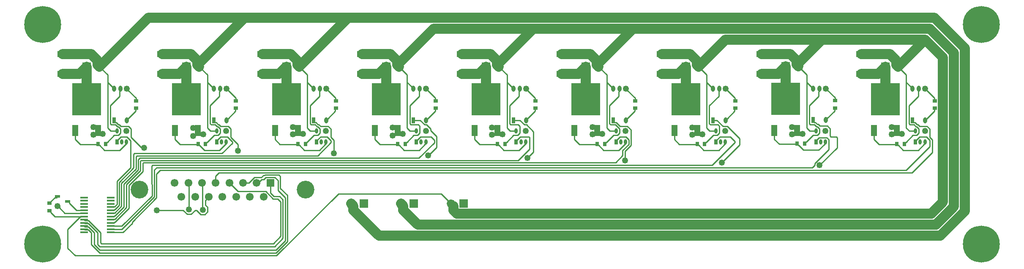
<source format=gtl>
G04*
G04 #@! TF.GenerationSoftware,Altium Limited,Altium Designer,20.0.11 (256)*
G04*
G04 Layer_Physical_Order=1*
G04 Layer_Color=255*
%FSLAX25Y25*%
%MOIN*%
G70*
G01*
G75*
%ADD10C,0.00984*%
%ADD14R,0.08268X0.05000*%
%ADD15R,0.02559X0.04173*%
%ADD16O,0.02559X0.04173*%
%ADD17R,0.03543X0.02756*%
%ADD18O,0.03150X0.04724*%
%ADD19R,0.03150X0.04724*%
%ADD20R,0.02756X0.03543*%
%ADD21R,0.22835X0.25197*%
%ADD22R,0.04724X0.08661*%
%ADD23R,0.03937X0.02362*%
%ADD24R,0.06299X0.01417*%
%ADD25O,0.06299X0.01417*%
%ADD39C,0.06653*%
%ADD40R,0.06653X0.06653*%
%ADD45C,0.07874*%
%ADD46C,0.29134*%
%ADD47C,0.06102*%
%ADD48R,0.06102X0.06102*%
%ADD49C,0.13976*%
%ADD50C,0.04921*%
D10*
X321772Y32106D02*
X323720Y30158D01*
X314114Y39764D02*
X321772Y32106D01*
X9610Y21815D02*
X30005D01*
X233071Y39764D02*
X314114D01*
X184252Y-9055D02*
X233071Y39764D01*
X192878Y2076D02*
Y38607D01*
X44830Y-6968D02*
X183833D01*
X192878Y2076D01*
X25591Y-9055D02*
X184252D01*
X19685Y-3150D02*
X25591Y-9055D01*
X19685Y-3150D02*
Y11690D01*
X30005Y21815D02*
X32563D01*
X29493Y21303D02*
X30005Y21815D01*
X29298Y21303D02*
X29493D01*
X19685Y11690D02*
X29298Y21303D01*
X44835Y-4468D02*
X183795D01*
X44841Y-1969D02*
X182759D01*
X45563Y1108D02*
X46140Y532D01*
X181724D01*
X40563Y-196D02*
X44835Y-4468D01*
X38063Y-201D02*
X44830Y-6968D01*
X189335Y4607D02*
Y35079D01*
X187563Y6371D02*
Y33315D01*
X183795Y-4468D02*
X191106Y2843D01*
X182759Y-1969D02*
X189335Y4607D01*
X181724Y532D02*
X187563Y6371D01*
X40563Y-196D02*
Y9073D01*
X43063Y-190D02*
X44841Y-1969D01*
X191106Y2843D02*
Y36843D01*
X45563Y1108D02*
Y9084D01*
X125984Y27384D02*
Y47974D01*
Y27384D02*
X126177Y27191D01*
X128112Y34472D02*
X130905Y37265D01*
X129956Y25626D02*
Y29127D01*
X121251Y26772D02*
X124611Y23412D01*
X89764Y26772D02*
X110561D01*
X128112Y30971D02*
X129956Y29127D01*
X116920Y23543D02*
X120148Y26772D01*
X110561D02*
X113789Y23543D01*
X128112Y30971D02*
Y34472D01*
X127742Y23412D02*
X129956Y25626D01*
X124611Y23412D02*
X127742D01*
X120148Y26772D02*
X121251D01*
X113789Y23543D02*
X116920D01*
X136299Y48446D02*
Y53622D01*
X138976Y56299D01*
X172362Y52777D02*
X174113Y54528D01*
X175113D01*
X175134Y54549D01*
X685454Y56320D02*
X701575Y72441D01*
X174096Y51006D02*
X175867Y52777D01*
X174400Y56320D02*
X685454D01*
X175134Y54549D02*
X186269D01*
X183030Y52777D02*
X185551Y50256D01*
X175867Y52777D02*
X183030D01*
X174379Y56299D02*
X174400Y56320D01*
X186269Y54549D02*
X187323Y53495D01*
X138976Y56299D02*
X174379D01*
X169946Y48446D02*
X172505Y51006D01*
X168661Y48446D02*
X169946D01*
X172505Y51006D02*
X174096D01*
X680866Y58425D02*
X699396Y76955D01*
X92677Y58425D02*
X680866D01*
X89646Y55394D02*
X92677Y58425D01*
X612598Y62205D02*
X626378Y75984D01*
X187323Y44162D02*
Y53495D01*
X701575Y72441D02*
Y82311D01*
X683923Y94217D02*
X687164D01*
X688692Y92689D01*
X686028Y97071D02*
X687110Y95988D01*
X690081Y94461D02*
X691479Y93063D01*
X699508Y84378D02*
X701575Y82311D01*
X691028Y87637D02*
Y91009D01*
X688692Y92689D02*
X689347D01*
X687110Y95988D02*
X687898D01*
X691479Y93063D02*
X697317D01*
X699396Y76955D02*
Y81985D01*
X687898Y95988D02*
X689425Y94461D01*
X697317Y93063D02*
X699508Y90872D01*
X691528Y84661D02*
X696719D01*
X699396Y81985D01*
X686028Y97071D02*
Y97858D01*
X689425Y94461D02*
X690081D01*
X699508Y84378D02*
Y90872D01*
X689347Y92689D02*
X691028Y91009D01*
X689122Y82256D02*
X691528Y84661D01*
X688287Y81469D02*
X689075Y82256D01*
X688287Y80661D02*
Y81469D01*
X689075Y82256D02*
X689122D01*
X690528Y74161D02*
X695030Y78664D01*
X673575Y78768D02*
X674461Y77882D01*
X695030Y78690D02*
X695768Y79428D01*
X674854Y77882D02*
X678575Y74161D01*
X690528D01*
X695768Y79428D02*
Y80661D01*
X674461Y77882D02*
X674854D01*
X695030Y78664D02*
Y78690D01*
X125512Y48446D02*
X125984Y47974D01*
X619748Y74699D02*
Y82678D01*
X608819Y63770D02*
X619748Y74699D01*
X606890Y60433D02*
X608819Y62362D01*
X625801Y84646D02*
X626378Y84069D01*
X621506Y84646D02*
X625801D01*
X618249Y84177D02*
X619748Y82678D01*
X608819Y62362D02*
Y63770D01*
X626378Y75984D02*
Y84069D01*
X605344Y94366D02*
X608585D01*
X611502Y94610D02*
X612900Y93212D01*
X620929Y85222D02*
X621506Y84646D01*
X609709Y80811D02*
Y81618D01*
X607449Y97221D02*
Y98008D01*
X612900Y93212D02*
X618738D01*
X612449Y87787D02*
Y91158D01*
X608585Y94366D02*
X610113Y92839D01*
X610769D01*
X609709Y81618D02*
X612268Y84177D01*
X607449Y97221D02*
X608532Y96138D01*
X609319D02*
X610847Y94610D01*
X618738Y93212D02*
X620929Y91022D01*
X612268Y84177D02*
X618249D01*
X608532Y96138D02*
X609319D01*
X610847Y94610D02*
X611502D01*
X620929Y85222D02*
Y91022D01*
X610769Y92839D02*
X612449Y91158D01*
X114724Y48446D02*
X115354Y47817D01*
Y27323D02*
Y47817D01*
X535433Y64213D02*
X535472D01*
X549606Y78347D01*
Y83293D01*
X531669Y97858D02*
X536465Y93063D01*
X539837D02*
X549606Y83293D01*
X527953Y62205D02*
X545977Y80229D01*
X542361Y84661D02*
X545977Y81045D01*
X534047Y84661D02*
X542361D01*
X545977Y80229D02*
Y81045D01*
X536465Y93063D02*
X539837D01*
X528547Y97858D02*
X531669D01*
X86403Y62205D02*
X527953D01*
X531642Y82256D02*
X534047Y84661D01*
X530807Y80661D02*
Y81469D01*
X531595Y82256D01*
X531642D01*
X532492Y94217D02*
X533547Y93161D01*
Y87637D02*
Y93161D01*
X526442Y94217D02*
X532492D01*
X10937Y36866D02*
X11626Y37555D01*
X9661Y36866D02*
X10937D01*
X6343Y33547D02*
X9661Y36866D01*
X6343Y33154D02*
Y33547D01*
X5457Y32268D02*
X6343Y33154D01*
X5063Y32268D02*
X5457D01*
X56106Y97071D02*
Y97858D01*
Y97071D02*
X57189Y95988D01*
X57976D01*
X59504Y94461D01*
X60160D01*
X61558Y93063D01*
X67396D01*
X69587Y90872D01*
Y84378D02*
Y90872D01*
Y84378D02*
X77763Y76201D01*
X79771D01*
X134846Y97071D02*
Y97858D01*
Y97071D02*
X135929Y95988D01*
X136717D01*
X138244Y94461D01*
X138900D01*
X140298Y93063D01*
X146136D01*
X148327Y90872D01*
Y84378D02*
Y90872D01*
Y84378D02*
X153937Y78768D01*
Y73858D02*
Y78768D01*
X213587Y97071D02*
Y97858D01*
Y97071D02*
X214669Y95988D01*
X215457D01*
X216984Y94461D01*
X217640D01*
X219038Y93063D01*
X224876D01*
X227067Y90872D01*
Y84378D02*
Y90872D01*
Y84378D02*
X229528Y81917D01*
Y71693D02*
Y81917D01*
X292327Y97858D02*
X297503D01*
X301144Y94217D01*
X302463D01*
X305807Y90872D01*
Y89862D02*
Y90872D01*
Y89862D02*
X310630Y85039D01*
Y76378D02*
Y85039D01*
X304173Y69921D02*
X310630Y76378D01*
X304007Y69921D02*
X304173D01*
X371067Y97858D02*
X376243D01*
X379885Y94217D01*
X381374D01*
X387008Y88583D01*
Y72835D02*
Y88583D01*
X382323Y68150D02*
X387008Y72835D01*
X449807Y97071D02*
Y97858D01*
Y97071D02*
X450890Y95988D01*
X452333D01*
X455187Y93135D01*
X461025D01*
X463878Y90282D01*
Y78061D02*
Y90282D01*
X459055Y73238D02*
X463878Y78061D01*
X459055Y65984D02*
Y73238D01*
X60692Y122247D02*
X61106Y122661D01*
X60692Y120300D02*
Y122247D01*
X60606Y120215D02*
X60692Y120300D01*
X60606Y116661D02*
Y120215D01*
X53252Y109307D02*
X60606Y116661D01*
X53252Y94966D02*
Y109307D01*
Y94966D02*
X54002Y94217D01*
X57243D01*
X58770Y92689D01*
X59426D01*
X61106Y91009D01*
Y87637D02*
Y91009D01*
X59426Y85957D02*
X61106Y87637D01*
X56354Y85957D02*
X59426D01*
X50839Y80441D02*
X56354Y85957D01*
X50445Y80441D02*
X50839D01*
X49559Y79555D02*
X50445Y80441D01*
X49559Y79161D02*
Y79555D01*
X139432Y122247D02*
X139846Y122661D01*
X139432Y120300D02*
Y122247D01*
X139346Y120215D02*
X139432Y120300D01*
X139346Y116661D02*
Y120215D01*
X131992Y109307D02*
X139346Y116661D01*
X131992Y94966D02*
Y109307D01*
Y94966D02*
X132742Y94217D01*
X135983D01*
X137510Y92689D01*
X138166D01*
X139846Y91009D01*
Y87637D02*
Y91009D01*
X138166Y85957D02*
X139846Y87637D01*
X135094Y85957D02*
X138166D01*
X129579Y80441D02*
X135094Y85957D01*
X129185Y80441D02*
X129579D01*
X128299Y79555D02*
X129185Y80441D01*
X128299Y79161D02*
Y79555D01*
X218172Y122247D02*
X218587Y122661D01*
X218172Y120300D02*
Y122247D01*
X218087Y120215D02*
X218172Y120300D01*
X218087Y116661D02*
Y120215D01*
X210732Y109307D02*
X218087Y116661D01*
X210732Y94966D02*
Y109307D01*
Y94966D02*
X211482Y94217D01*
X214723D01*
X216250Y92689D01*
X216906D01*
X218587Y91009D01*
Y87637D02*
Y91009D01*
X216906Y85957D02*
X218587Y87637D01*
X213835Y85957D02*
X216906D01*
X208319Y80441D02*
X213835Y85957D01*
X207925Y80441D02*
X208319D01*
X207039Y79555D02*
X207925Y80441D01*
X207039Y79161D02*
Y79555D01*
X296912Y122247D02*
X297327Y122661D01*
X296912Y120300D02*
Y122247D01*
X296827Y120215D02*
X296912Y120300D01*
X296827Y116661D02*
Y120215D01*
X289472Y109307D02*
X296827Y116661D01*
X289472Y94966D02*
Y109307D01*
Y94966D02*
X290222Y94217D01*
X296272D01*
X297327Y93161D01*
Y87637D02*
Y93161D01*
X295647Y85957D02*
X297327Y87637D01*
X292575Y85957D02*
X295647D01*
X287059Y80441D02*
X292575Y85957D01*
X286665Y80441D02*
X287059D01*
X285780Y79555D02*
X286665Y80441D01*
X285780Y79161D02*
Y79555D01*
X375653Y122247D02*
X376067Y122661D01*
X375653Y120300D02*
Y122247D01*
X375567Y120215D02*
X375653Y120300D01*
X375567Y116661D02*
Y120215D01*
X368213Y109307D02*
X375567Y116661D01*
X368213Y94966D02*
Y109307D01*
Y94966D02*
X368962Y94217D01*
X375012D01*
X376067Y93161D01*
Y87637D02*
Y93161D01*
X374387Y85957D02*
X376067Y87637D01*
X371315Y85957D02*
X374387D01*
X365799Y80441D02*
X371315Y85957D01*
X365406Y80441D02*
X365799D01*
X364520Y79555D02*
X365406Y80441D01*
X364520Y79161D02*
Y79555D01*
X454393Y122247D02*
X454807Y122661D01*
X454393Y120300D02*
Y122247D01*
X454307Y120215D02*
X454393Y120300D01*
X454307Y116661D02*
Y120215D01*
X446953Y109307D02*
X454307Y116661D01*
X446953Y94966D02*
Y109307D01*
Y94966D02*
X447702Y94217D01*
X451599D01*
X454807Y91009D01*
Y87637D02*
Y91009D01*
X453127Y85957D02*
X454807Y87637D01*
X450055Y85957D02*
X453127D01*
X444539Y80441D02*
X450055Y85957D01*
X444146Y80441D02*
X444539D01*
X443260Y79555D02*
X444146Y80441D01*
X443260Y79161D02*
Y79555D01*
X533133Y122247D02*
X533547Y122661D01*
X533133Y120300D02*
Y122247D01*
X533047Y120215D02*
X533133Y120300D01*
X533047Y116661D02*
Y120215D01*
X525693Y109307D02*
X533047Y116661D01*
X525693Y94966D02*
Y109307D01*
Y94966D02*
X526442Y94217D01*
X531867Y85957D02*
X533547Y87637D01*
X528795Y85957D02*
X531867D01*
X523280Y80441D02*
X528795Y85957D01*
X522886Y80441D02*
X523280D01*
X522000Y79555D02*
X522886Y80441D01*
X522000Y79161D02*
Y79555D01*
X612035Y122397D02*
X612449Y122811D01*
X612035Y120450D02*
Y122397D01*
X611949Y120364D02*
X612035Y120450D01*
X611949Y116811D02*
Y120364D01*
X604594Y109457D02*
X611949Y116811D01*
X604594Y95116D02*
Y109457D01*
Y95116D02*
X605344Y94366D01*
X610769Y86106D02*
X612449Y87787D01*
X607697Y86106D02*
X610769D01*
X602181Y80591D02*
X607697Y86106D01*
X601787Y80591D02*
X602181D01*
X600902Y79705D02*
X601787Y80591D01*
X600902Y79311D02*
Y79705D01*
X690613Y122247D02*
X691028Y122661D01*
X690613Y120300D02*
Y122247D01*
X690528Y120215D02*
X690613Y120300D01*
X690528Y116661D02*
Y120215D01*
X683173Y109307D02*
X690528Y116661D01*
X683173Y94966D02*
Y109307D01*
Y94966D02*
X683923Y94217D01*
X689347Y85957D02*
X691028Y87637D01*
X686276Y85957D02*
X689347D01*
X680760Y80441D02*
X686276Y85957D01*
X680366Y80441D02*
X680760D01*
X679480Y79555D02*
X680366Y80441D01*
X679480Y79161D02*
Y79555D01*
X73179Y106781D02*
X73606Y107209D01*
X73179Y104931D02*
Y106781D01*
X67308Y99060D02*
X73179Y104931D01*
X67107Y99060D02*
X67308D01*
X66106Y98060D02*
X67107Y99060D01*
X66106Y97858D02*
Y98060D01*
X151919Y106781D02*
X152346Y107209D01*
X151919Y104931D02*
Y106781D01*
X146048Y99060D02*
X151919Y104931D01*
X145847Y99060D02*
X146048D01*
X144846Y98060D02*
X145847Y99060D01*
X144846Y97858D02*
Y98060D01*
X230659Y106781D02*
X231087Y107209D01*
X230659Y104931D02*
Y106781D01*
X224788Y99060D02*
X230659Y104931D01*
X224587Y99060D02*
X224788D01*
X223587Y98060D02*
X224587Y99060D01*
X223587Y97858D02*
Y98060D01*
X309399Y106781D02*
X309827Y107209D01*
X309399Y104931D02*
Y106781D01*
X303529Y99060D02*
X309399Y104931D01*
X303327Y99060D02*
X303529D01*
X302327Y98060D02*
X303327Y99060D01*
X302327Y97858D02*
Y98060D01*
X388140Y106781D02*
X388567Y107209D01*
X388140Y104931D02*
Y106781D01*
X382269Y99060D02*
X388140Y104931D01*
X382067Y99060D02*
X382269D01*
X381067Y98060D02*
X382067Y99060D01*
X381067Y97858D02*
Y98060D01*
X466880Y106781D02*
X467307Y107209D01*
X466880Y104931D02*
Y106781D01*
X461009Y99060D02*
X466880Y104931D01*
X460807Y99060D02*
X461009D01*
X459807Y98060D02*
X460807Y99060D01*
X459807Y97858D02*
Y98060D01*
X545620Y106781D02*
X546047Y107209D01*
X545620Y104931D02*
Y106781D01*
X539749Y99060D02*
X545620Y104931D01*
X539548Y99060D02*
X539749D01*
X538547Y98060D02*
X539548Y99060D01*
X538547Y97858D02*
Y98060D01*
X624521Y106931D02*
X624949Y107358D01*
X624521Y105081D02*
Y106931D01*
X618651Y99210D02*
X624521Y105081D01*
X618449Y99210D02*
X618651D01*
X617449Y98209D02*
X618449Y99210D01*
X617449Y98008D02*
Y98209D01*
X703100Y106781D02*
X703528Y107209D01*
X703100Y104931D02*
Y106781D01*
X697229Y99060D02*
X703100Y104931D01*
X697028Y99060D02*
X697229D01*
X696028Y98060D02*
X697028Y99060D01*
X696028Y97858D02*
Y98060D01*
X65846Y79428D02*
Y80661D01*
X65108Y78690D02*
X65846Y79428D01*
X65108Y78664D02*
Y78690D01*
X60606Y74161D02*
X65108Y78664D01*
X48654Y74161D02*
X60606D01*
X44933Y77882D02*
X48654Y74161D01*
X44539Y77882D02*
X44933D01*
X43654Y78768D02*
X44539Y77882D01*
X25591Y82677D02*
X29500Y78768D01*
X25591Y82677D02*
Y89626D01*
X144587Y79428D02*
Y80661D01*
X143849Y78690D02*
X144587Y79428D01*
X143849Y78664D02*
Y78690D01*
X139346Y74161D02*
X143849Y78664D01*
X127394Y74161D02*
X139346D01*
X123673Y77882D02*
X127394Y74161D01*
X123280Y77882D02*
X123673D01*
X122394Y78768D02*
X123280Y77882D01*
X104331Y82677D02*
X108240Y78768D01*
X104331Y82677D02*
Y89626D01*
X223327Y79428D02*
Y80661D01*
X222589Y78690D02*
X223327Y79428D01*
X222589Y78664D02*
Y78690D01*
X218087Y74161D02*
X222589Y78664D01*
X206134Y74161D02*
X218087D01*
X202413Y77882D02*
X206134Y74161D01*
X202020Y77882D02*
X202413D01*
X201134Y78768D02*
X202020Y77882D01*
X183071Y82677D02*
X186980Y78768D01*
X183071Y82677D02*
Y89626D01*
X302067Y79428D02*
Y80661D01*
X301329Y78690D02*
X302067Y79428D01*
X301329Y78664D02*
Y78690D01*
X296827Y74161D02*
X301329Y78664D01*
X284874Y74161D02*
X296827D01*
X281154Y77882D02*
X284874Y74161D01*
X280760Y77882D02*
X281154D01*
X279874Y78768D02*
X280760Y77882D01*
X261811Y82677D02*
X265720Y78768D01*
X261811Y82677D02*
Y89626D01*
X380807Y79428D02*
Y80661D01*
X380069Y78690D02*
X380807Y79428D01*
X380069Y78664D02*
Y78690D01*
X375567Y74161D02*
X380069Y78664D01*
X363614Y74161D02*
X375567D01*
X359894Y77882D02*
X363614Y74161D01*
X359500Y77882D02*
X359894D01*
X358614Y78768D02*
X359500Y77882D01*
X340551Y82677D02*
X344461Y78768D01*
X340551Y82677D02*
Y89626D01*
X459547Y79428D02*
Y80661D01*
X458809Y78690D02*
X459547Y79428D01*
X458809Y78664D02*
Y78690D01*
X454307Y74161D02*
X458809Y78664D01*
X442354Y74161D02*
X454307D01*
X438634Y77882D02*
X442354Y74161D01*
X438240Y77882D02*
X438634D01*
X437354Y78768D02*
X438240Y77882D01*
X419291Y82677D02*
X423201Y78768D01*
X419291Y82677D02*
Y89626D01*
X538287Y79428D02*
Y80661D01*
X537549Y78690D02*
X538287Y79428D01*
X537549Y78664D02*
Y78690D01*
X533047Y74161D02*
X537549Y78664D01*
X521095Y74161D02*
X533047D01*
X517374Y77882D02*
X521095Y74161D01*
X516980Y77882D02*
X517374D01*
X516095Y78768D02*
X516980Y77882D01*
X498032Y82677D02*
X501941Y78768D01*
X498032Y82677D02*
Y89626D01*
X617189Y79578D02*
Y80811D01*
X616451Y78840D02*
X617189Y79578D01*
X616451Y78813D02*
Y78840D01*
X611949Y74311D02*
X616451Y78813D01*
X599996Y74311D02*
X611949D01*
X596276Y78032D02*
X599996Y74311D01*
X595882Y78032D02*
X596276D01*
X594996Y78917D02*
X595882Y78032D01*
X576933Y82827D02*
X580843Y78917D01*
X576933Y82827D02*
Y89776D01*
X655512Y82677D02*
X659421Y78768D01*
X655512Y82677D02*
Y89626D01*
X157874Y48446D02*
X162537D01*
X166868Y52777D01*
X172362D01*
X187323Y44162D02*
X192878Y38607D01*
X38063Y-201D02*
Y9068D01*
X35827Y11303D02*
X38063Y9068D01*
X33075Y11303D02*
X35827D01*
X32563Y11815D02*
X33075Y11303D01*
X185551Y42398D02*
Y50256D01*
Y42398D02*
X191106Y36843D01*
X35833Y13803D02*
X40563Y9073D01*
X33075Y13803D02*
X35833D01*
X32563Y14315D02*
X33075Y13803D01*
X179449Y40502D02*
Y48446D01*
Y40502D02*
X182364Y37587D01*
X185797D01*
X185801Y37583D01*
X186831D01*
X189335Y35079D01*
X43063Y-190D02*
Y9079D01*
X35838Y16303D02*
X43063Y9079D01*
X33075Y16303D02*
X35838D01*
X32563Y16815D02*
X33075Y16303D01*
X147087Y48446D02*
X153937Y41596D01*
X175849D01*
X181630Y35815D01*
X185063D01*
X187563Y33315D01*
X35844Y18803D02*
X45563Y9084D01*
X33075Y18803D02*
X35844D01*
X32563Y19315D02*
X33075Y18803D01*
X26500Y26815D02*
X32563D01*
X20976Y32339D02*
X26500Y26815D01*
X20976Y32339D02*
Y33126D01*
X20287Y33815D02*
X20976Y33126D01*
X19500Y33815D02*
X20287D01*
X19975Y24315D02*
X32563D01*
X19924Y24366D02*
X19975Y24315D01*
X17335Y24366D02*
X19924D01*
X13102Y28598D02*
X17335Y24366D01*
X13102Y28598D02*
Y29386D01*
X12413Y30075D02*
X13102Y29386D01*
X11626Y30075D02*
X12413D01*
X696028Y122460D02*
Y122661D01*
Y122460D02*
X697028Y121460D01*
X697229D01*
X703297Y115392D01*
Y113345D02*
Y115392D01*
Y113345D02*
X703528Y113114D01*
X617449Y122610D02*
Y122811D01*
Y122610D02*
X618449Y121609D01*
X618651D01*
X624718Y115542D01*
Y113494D02*
Y115542D01*
Y113494D02*
X624949Y113264D01*
X538547Y122460D02*
Y122661D01*
Y122460D02*
X539548Y121460D01*
X539749D01*
X545817Y115392D01*
Y113345D02*
Y115392D01*
Y113345D02*
X546047Y113114D01*
X459807Y122460D02*
Y122661D01*
Y122460D02*
X460807Y121460D01*
X461009D01*
X467077Y115392D01*
Y113345D02*
Y115392D01*
Y113345D02*
X467307Y113114D01*
X381067Y122460D02*
Y122661D01*
Y122460D02*
X382067Y121460D01*
X382269D01*
X388336Y115392D01*
Y113345D02*
Y115392D01*
Y113345D02*
X388567Y113114D01*
X302327Y122460D02*
Y122661D01*
Y122460D02*
X303327Y121460D01*
X303529D01*
X309596Y115392D01*
Y113345D02*
Y115392D01*
Y113345D02*
X309827Y113114D01*
X223587Y122460D02*
Y122661D01*
Y122460D02*
X224587Y121460D01*
X224788D01*
X230856Y115392D01*
Y113345D02*
Y115392D01*
Y113345D02*
X231087Y113114D01*
X144846Y122460D02*
Y122661D01*
Y122460D02*
X145847Y121460D01*
X146048D01*
X152116Y115392D01*
Y113345D02*
Y115392D01*
Y113345D02*
X152346Y113114D01*
X66106Y122460D02*
Y122661D01*
Y122460D02*
X67107Y121460D01*
X67308D01*
X73376Y115392D01*
Y113345D02*
Y115392D01*
Y113345D02*
X73606Y113114D01*
X58366Y80661D02*
Y81469D01*
X59154Y82256D01*
X59201D01*
X61606Y84661D01*
X66273D01*
X69095Y81840D01*
Y60217D02*
Y81840D01*
X58465Y49587D02*
X69095Y60217D01*
X58465Y31558D02*
Y49587D01*
X56733Y29827D02*
X58465Y31558D01*
X56538Y29827D02*
X56733D01*
X56027Y29315D02*
X56538Y29827D01*
X53469Y29315D02*
X56027D01*
X137106Y80661D02*
Y81469D01*
X137894Y82256D01*
X137941D01*
X140346Y84661D01*
X145538D01*
X149534Y80665D01*
Y79849D02*
Y80665D01*
X141339Y71654D02*
X149534Y79849D01*
X72230Y71654D02*
X141339D01*
X71654Y71077D02*
X72230Y71654D01*
X71654Y60270D02*
Y71077D01*
X60236Y48853D02*
X71654Y60270D01*
X60236Y30825D02*
Y48853D01*
X56738Y27327D02*
X60236Y30825D01*
X56538Y27327D02*
X56738D01*
X56027Y26815D02*
X56538Y27327D01*
X53469Y26815D02*
X56027D01*
X215846Y80661D02*
Y81469D01*
X216634Y82256D01*
X216681D01*
X219087Y84661D01*
X224278D01*
X227348Y81591D01*
Y80257D02*
Y81591D01*
X216777Y69685D02*
X227348Y80257D01*
X74199Y69685D02*
X216777D01*
X73425Y68912D02*
X74199Y69685D01*
X73425Y59536D02*
Y68912D01*
X62008Y48119D02*
X73425Y59536D01*
X62008Y30091D02*
Y48119D01*
X56744Y24827D02*
X62008Y30091D01*
X56538Y24827D02*
X56744D01*
X56027Y24315D02*
X56538Y24827D01*
X53469Y24315D02*
X56027D01*
X294587Y80661D02*
Y81469D01*
X295374Y82256D01*
X295421D01*
X297827Y84661D01*
X306327D01*
X308858Y82130D01*
Y80118D02*
Y82130D01*
X296654Y67913D02*
X308858Y80118D01*
X76561Y67913D02*
X296654D01*
X75197Y66549D02*
X76561Y67913D01*
X75197Y58803D02*
Y66549D01*
X63780Y47385D02*
X75197Y58803D01*
X63780Y29357D02*
Y47385D01*
X56749Y22327D02*
X63780Y29357D01*
X56538Y22327D02*
X56749D01*
X56027Y21815D02*
X56538Y22327D01*
X53469Y21815D02*
X56027D01*
X373327Y80661D02*
Y81469D01*
X374114Y82256D01*
X374161D01*
X376567Y84661D01*
X383437D01*
X384014Y84085D01*
Y75185D02*
Y84085D01*
X374970Y66142D02*
X384014Y75185D01*
X77559Y66142D02*
X374970D01*
X76969Y65551D02*
X77559Y66142D01*
X76969Y58069D02*
Y65551D01*
X66024Y47124D02*
X76969Y58069D01*
X66024Y29095D02*
Y47124D01*
X56755Y19827D02*
X66024Y29095D01*
X56538Y19827D02*
X56755D01*
X56027Y19315D02*
X56538Y19827D01*
X53469Y19315D02*
X56027D01*
X452067Y80661D02*
Y81469D01*
X452854Y82256D01*
X452902D01*
X455307Y84661D01*
X459973D01*
X462106Y82529D01*
Y78794D02*
Y82529D01*
X457283Y73972D02*
X462106Y78794D01*
X457283Y69882D02*
Y73972D01*
X451772Y64370D02*
X457283Y69882D01*
X79317Y64370D02*
X451772D01*
X78740Y63794D02*
X79317Y64370D01*
X78740Y57335D02*
Y63794D01*
X67795Y46390D02*
X78740Y57335D01*
X67795Y28362D02*
Y46390D01*
X56760Y17327D02*
X67795Y28362D01*
X56538Y17327D02*
X56760D01*
X56027Y16815D02*
X56538Y17327D01*
X53469Y16815D02*
X56027D01*
X85827Y61628D02*
X86403Y62205D01*
X85827Y47399D02*
Y61628D01*
Y47399D02*
X86102Y47124D01*
Y38071D02*
Y47124D01*
X62346Y14315D02*
X86102Y38071D01*
X53469Y14315D02*
X62346D01*
X89764Y60433D02*
X606890D01*
X87874Y58543D02*
X89764Y60433D01*
X87874Y37337D02*
Y58543D01*
X62352Y11815D02*
X87874Y37337D01*
X53469Y11815D02*
X62352D01*
X89646Y36603D02*
Y55394D01*
X70472Y17430D02*
X89646Y36603D01*
X70472Y16535D02*
Y17430D01*
X63252Y9315D02*
X70472Y16535D01*
X53469Y9315D02*
X63252D01*
X134846Y122661D02*
Y122863D01*
X129846Y127661D02*
X133280Y124228D01*
X129846Y127661D02*
Y133665D01*
X123346Y140165D02*
X129846Y133665D01*
X133481Y124228D02*
X134846Y122863D01*
X133280Y124228D02*
X133481D01*
X129846Y91661D02*
Y127661D01*
Y91661D02*
X132185Y89323D01*
X137106D01*
X213587Y122661D02*
Y122863D01*
X212221Y124228D02*
X213587Y122863D01*
X212020Y124228D02*
X212221D01*
X208587Y127661D02*
Y133665D01*
X202087Y140165D02*
X208587Y133665D01*
Y127661D02*
X212020Y124228D01*
X208587Y91661D02*
Y127661D01*
Y91661D02*
X210925Y89323D01*
X215846D01*
X51106Y127661D02*
Y133665D01*
X44606Y140165D02*
X51106Y133665D01*
X56106Y122661D02*
Y122863D01*
X54741Y124228D02*
X56106Y122863D01*
X54539Y124228D02*
X54741D01*
X51106Y127661D02*
X54539Y124228D01*
X51106Y91661D02*
Y127661D01*
Y91661D02*
X53445Y89323D01*
X58366D01*
X292327Y122661D02*
Y122863D01*
X290760Y124228D02*
X290961D01*
X287327Y127661D02*
Y133665D01*
X280827Y140165D02*
X287327Y133665D01*
X290961Y124228D02*
X292327Y122863D01*
X287327Y127661D02*
X290760Y124228D01*
X287327Y91661D02*
Y127661D01*
Y91661D02*
X289665Y89323D01*
X294587D01*
X369500Y124228D02*
X369701D01*
X366067Y127661D02*
Y133665D01*
X359567Y140165D02*
X366067Y133665D01*
X371067Y122661D02*
Y122863D01*
X369701Y124228D02*
X371067Y122863D01*
X366067Y127661D02*
X369500Y124228D01*
X366067Y91661D02*
Y127661D01*
Y91661D02*
X368406Y89323D01*
X373327D01*
X448240Y124228D02*
X448442D01*
X444807Y127661D02*
X448240Y124228D01*
X444807Y127661D02*
Y133665D01*
X438307Y140165D02*
X444807Y133665D01*
X449807Y122661D02*
Y122863D01*
X448442Y124228D02*
X449807Y122863D01*
X444807Y91661D02*
Y127661D01*
Y91661D02*
X447146Y89323D01*
X452067D01*
X5063Y26362D02*
X5457D01*
X6343Y25476D01*
Y25083D02*
Y25476D01*
Y25083D02*
X9610Y21815D01*
X607449Y122811D02*
Y123013D01*
X602449Y127811D02*
Y133815D01*
X595949Y140315D02*
X602449Y133815D01*
X606083Y124378D02*
X607449Y123013D01*
X605882Y124378D02*
X606083D01*
X602449Y127811D02*
X605882Y124378D01*
X602449Y91811D02*
Y127811D01*
Y91811D02*
X604787Y89472D01*
X609709D01*
X528547Y122661D02*
Y122863D01*
X526980Y124228D02*
X527182D01*
X523547Y127661D02*
X526980Y124228D01*
X523547Y127661D02*
Y133665D01*
X517047Y140165D02*
X523547Y133665D01*
X527182Y124228D02*
X528547Y122863D01*
X523547Y91661D02*
Y127661D01*
Y91661D02*
X525886Y89323D01*
X530807D01*
X686028Y122661D02*
Y122863D01*
X684662Y124228D02*
X686028Y122863D01*
X681028Y127661D02*
X684461Y124228D01*
X681028Y127661D02*
Y133665D01*
X674528Y140165D02*
X681028Y133665D01*
X684461Y124228D02*
X684662D01*
X681028Y91661D02*
Y127661D01*
Y91661D02*
X683366Y89323D01*
X688287D01*
X29500Y78768D02*
X43654D01*
X108240D02*
X122394D01*
X186980D02*
X201134D01*
X265720D02*
X279874D01*
X344461D02*
X358614D01*
X423201D02*
X437354D01*
X501941D02*
X516095D01*
X580843Y78917D02*
X594996D01*
X659421Y78768D02*
X673575D01*
D14*
X15606Y134346D02*
D03*
Y149976D02*
D03*
X94346Y134346D02*
D03*
Y149976D02*
D03*
X173087Y134346D02*
D03*
Y149976D02*
D03*
X251827Y134346D02*
D03*
Y149976D02*
D03*
X330567Y134346D02*
D03*
Y149976D02*
D03*
X409307Y134346D02*
D03*
Y149976D02*
D03*
X488047Y134346D02*
D03*
Y149976D02*
D03*
X566949Y134496D02*
D03*
Y150126D02*
D03*
X645528Y134346D02*
D03*
Y149976D02*
D03*
D15*
X688287Y80661D02*
D03*
X609709Y80811D02*
D03*
X530807Y80661D02*
D03*
X452067D02*
D03*
X58366D02*
D03*
X137106D02*
D03*
X215846D02*
D03*
X294587D02*
D03*
X373327D02*
D03*
D16*
X695768Y89323D02*
D03*
X688287D02*
D03*
X695768Y80661D02*
D03*
X692028D02*
D03*
X65846Y89323D02*
D03*
X58366D02*
D03*
X65846Y80661D02*
D03*
X62106D02*
D03*
X144587Y89323D02*
D03*
X137106D02*
D03*
X144587Y80661D02*
D03*
X140846D02*
D03*
X223327Y89323D02*
D03*
X215846D02*
D03*
X223327Y80661D02*
D03*
X219587D02*
D03*
X302067Y89323D02*
D03*
X294587D02*
D03*
X302067Y80661D02*
D03*
X298327D02*
D03*
X380807Y89323D02*
D03*
X373327D02*
D03*
X380807Y80661D02*
D03*
X377067D02*
D03*
X459547Y89323D02*
D03*
X452067D02*
D03*
X459547Y80661D02*
D03*
X455807D02*
D03*
X538287Y89323D02*
D03*
X530807D02*
D03*
X538287Y80661D02*
D03*
X534547D02*
D03*
X617189Y89472D02*
D03*
X609709D02*
D03*
X617189Y80811D02*
D03*
X613449D02*
D03*
D17*
X703528Y107209D02*
D03*
Y113114D02*
D03*
X73606Y107209D02*
D03*
Y113114D02*
D03*
X152346Y107209D02*
D03*
Y113114D02*
D03*
X231087Y107209D02*
D03*
Y113114D02*
D03*
X309827Y107209D02*
D03*
Y113114D02*
D03*
X388567Y107209D02*
D03*
Y113114D02*
D03*
X467307Y107209D02*
D03*
Y113114D02*
D03*
X546047Y107209D02*
D03*
Y113114D02*
D03*
X624949Y107358D02*
D03*
Y113264D02*
D03*
X5063Y32268D02*
D03*
Y26362D02*
D03*
D18*
X696028Y122661D02*
D03*
X691028D02*
D03*
X686028D02*
D03*
X696028Y97858D02*
D03*
X66106Y122661D02*
D03*
X61106D02*
D03*
X56106D02*
D03*
X66106Y97858D02*
D03*
X144846Y122661D02*
D03*
X139846D02*
D03*
X134846D02*
D03*
X144846Y97858D02*
D03*
X223587Y122661D02*
D03*
X218587D02*
D03*
X213587D02*
D03*
X223587Y97858D02*
D03*
X302327Y122661D02*
D03*
X297327D02*
D03*
X292327D02*
D03*
X302327Y97858D02*
D03*
X381067Y122661D02*
D03*
X376067D02*
D03*
X371067D02*
D03*
X381067Y97858D02*
D03*
X459807Y122661D02*
D03*
X454807D02*
D03*
X449807D02*
D03*
X459807Y97858D02*
D03*
X538547Y122661D02*
D03*
X533547D02*
D03*
X528547D02*
D03*
X538547Y97858D02*
D03*
X617449Y122811D02*
D03*
X612449D02*
D03*
X607449D02*
D03*
X617449Y98008D02*
D03*
D19*
X686028Y97858D02*
D03*
X56106D02*
D03*
X134846D02*
D03*
X213587D02*
D03*
X292327D02*
D03*
X371067D02*
D03*
X449807D02*
D03*
X528547D02*
D03*
X607449Y98008D02*
D03*
D20*
X679480Y79161D02*
D03*
X673575D02*
D03*
X49559D02*
D03*
X43654D02*
D03*
X128299D02*
D03*
X122394D02*
D03*
X207039D02*
D03*
X201134D02*
D03*
X285780D02*
D03*
X279874D02*
D03*
X364520D02*
D03*
X358614D02*
D03*
X443260D02*
D03*
X437354D02*
D03*
X522000D02*
D03*
X516095D02*
D03*
X600902Y79311D02*
D03*
X594996D02*
D03*
D21*
X664528Y114429D02*
D03*
X34606D02*
D03*
X113346D02*
D03*
X192087D02*
D03*
X270827D02*
D03*
X349567D02*
D03*
X428307D02*
D03*
X507047D02*
D03*
X585949Y114579D02*
D03*
D22*
X673543Y89626D02*
D03*
X655512D02*
D03*
X43622D02*
D03*
X25591D02*
D03*
X122362D02*
D03*
X104331D02*
D03*
X201102D02*
D03*
X183071D02*
D03*
X279843D02*
D03*
X261811D02*
D03*
X358583D02*
D03*
X340551D02*
D03*
X437323D02*
D03*
X419291D02*
D03*
X516063D02*
D03*
X498032D02*
D03*
X594965Y89776D02*
D03*
X576933D02*
D03*
D23*
X11626Y37555D02*
D03*
Y30075D02*
D03*
X19500Y33815D02*
D03*
D24*
X53469Y9315D02*
D03*
D25*
Y11815D02*
D03*
Y14315D02*
D03*
Y16815D02*
D03*
Y19315D02*
D03*
Y21815D02*
D03*
Y24315D02*
D03*
Y26815D02*
D03*
Y29315D02*
D03*
Y31815D02*
D03*
Y34315D02*
D03*
Y36815D02*
D03*
X32563Y9315D02*
D03*
Y11815D02*
D03*
Y14315D02*
D03*
Y16815D02*
D03*
Y19315D02*
D03*
Y21815D02*
D03*
Y24315D02*
D03*
Y26815D02*
D03*
Y29315D02*
D03*
Y31815D02*
D03*
Y34315D02*
D03*
Y36815D02*
D03*
D39*
X321772Y32106D02*
D03*
X282402D02*
D03*
X243032D02*
D03*
X674528Y140165D02*
D03*
X44606D02*
D03*
X123346D02*
D03*
X202087D02*
D03*
X280827D02*
D03*
X359567D02*
D03*
X438307D02*
D03*
X517047D02*
D03*
X595949Y140315D02*
D03*
D40*
X331772Y32106D02*
D03*
X292402D02*
D03*
X253032D02*
D03*
X664528Y140165D02*
D03*
X34606D02*
D03*
X113346D02*
D03*
X192087D02*
D03*
X270827D02*
D03*
X349567D02*
D03*
X428307D02*
D03*
X507047D02*
D03*
X585949Y140315D02*
D03*
D45*
X308063Y170079D02*
X386803D01*
X358228Y141504D02*
X386803Y170079D01*
X699562D02*
X718685Y150956D01*
X240661Y178740D02*
X703150D01*
X727346Y154543D01*
X718685Y29704D02*
Y150956D01*
X517047Y140165D02*
X538299Y161417D01*
X695974D02*
X710024Y147368D01*
X279488Y141504D02*
X308063Y170079D01*
X386803D02*
X465543D01*
X674528Y140165D02*
X695780Y161417D01*
X710024Y33291D02*
Y147368D01*
X465543Y170079D02*
X699562D01*
X538299Y161417D02*
X614374D01*
X727346Y26116D02*
Y154543D01*
X436969Y141504D02*
X465543Y170079D01*
X704375Y15394D02*
X718685Y29704D01*
X594610Y141654D02*
X614374Y161417D01*
X695974D01*
X15606Y134346D02*
X28787D01*
X34606Y140165D01*
Y114429D02*
Y140165D01*
X94346Y134346D02*
X107528D01*
X113346Y140165D01*
Y114429D02*
Y140165D01*
X173087Y134346D02*
X186268D01*
X192087Y140165D01*
Y114429D02*
Y140165D01*
X251827Y134346D02*
X265008D01*
X270827Y140165D01*
Y114429D02*
Y140165D01*
X330567Y134346D02*
X343748D01*
X349567Y140165D01*
Y114429D02*
Y140165D01*
X409307Y134346D02*
X422488D01*
X428307Y140165D01*
Y114429D02*
Y140165D01*
X488047Y134346D02*
X501228D01*
X507047Y140165D01*
Y114429D02*
Y140165D01*
X566949Y134496D02*
X580130D01*
X585949Y140315D01*
Y114579D02*
Y140315D01*
X645528Y134346D02*
X658709D01*
X664528Y140165D01*
Y114429D02*
Y140165D01*
X707963Y6732D02*
X727346Y26116D01*
X202087Y140165D02*
X240661Y178740D01*
X44606Y140165D02*
X83181Y178740D01*
X243032Y32106D02*
X244980Y30158D01*
Y26823D02*
Y30158D01*
X265071Y6732D02*
X707963D01*
X122008Y141504D02*
X123346Y140165D01*
X244980Y26823D02*
X265071Y6732D01*
X157874Y177370D02*
Y178740D01*
X122008Y141504D02*
Y144839D01*
X116870Y149976D02*
X122008Y144839D01*
X94346Y149976D02*
X116870D01*
X173087D02*
X195610D01*
X200748Y144839D01*
Y141504D02*
Y144839D01*
Y141504D02*
X202087Y140165D01*
X15606Y149976D02*
X38130D01*
X43268Y144839D01*
Y141504D02*
Y144839D01*
Y141504D02*
X44606Y140165D01*
X279488Y141504D02*
X280827Y140165D01*
X358228Y141504D02*
X359567Y140165D01*
X274351Y149976D02*
X279488Y144839D01*
X436969Y141504D02*
X438307Y140165D01*
X358228Y141504D02*
Y144839D01*
X353091Y149976D02*
X358228Y144839D01*
X330567Y149976D02*
X353091D01*
X251827D02*
X274351D01*
X279488Y141504D02*
Y144839D01*
X436969Y141504D02*
Y144839D01*
X431831Y149976D02*
X436969Y144839D01*
X409307Y149976D02*
X431831D01*
X295779Y15394D02*
X704375D01*
X284350Y26823D02*
X295779Y15394D01*
X284350Y26823D02*
Y30158D01*
X282402Y32106D02*
X284350Y30158D01*
X488047Y149976D02*
X510571D01*
X515709Y144839D01*
Y141504D02*
Y144839D01*
Y141504D02*
X517047Y140165D01*
X645528Y149976D02*
X668051D01*
X673189Y144839D01*
Y141504D02*
Y144839D01*
Y141504D02*
X674528Y140165D01*
X594610Y141654D02*
Y144988D01*
Y141654D02*
X595949Y140315D01*
X566949Y150126D02*
X589473D01*
X594610Y144988D01*
X700787Y24055D02*
X710024Y33291D01*
X326488Y24055D02*
X700787D01*
X323720Y26823D02*
X326488Y24055D01*
X323720Y26823D02*
Y30158D01*
X122008Y141504D02*
X157874Y177370D01*
X83181Y178740D02*
X157874D01*
X240661D01*
D46*
X740158Y0D02*
D03*
Y173228D02*
D03*
X0D02*
D03*
Y0D02*
D03*
D47*
X103937Y48446D02*
D03*
X114724D02*
D03*
X125512D02*
D03*
X136299D02*
D03*
X147087D02*
D03*
X157874D02*
D03*
X168661D02*
D03*
X109331Y37265D02*
D03*
X120118D02*
D03*
X130905D02*
D03*
X174055D02*
D03*
X163268D02*
D03*
X141693D02*
D03*
X152480D02*
D03*
D48*
X179449Y48446D02*
D03*
D49*
X76063Y42965D02*
D03*
X207244D02*
D03*
D50*
X669685Y86614D02*
D03*
X590945D02*
D03*
X512205Y86221D02*
D03*
X39764D02*
D03*
X118504Y85433D02*
D03*
X197244Y86614D02*
D03*
X275984Y85827D02*
D03*
X354331Y86221D02*
D03*
X433465Y86614D02*
D03*
X677559Y87008D02*
D03*
X669685Y92520D02*
D03*
X599213Y87008D02*
D03*
X590945Y92520D02*
D03*
X520079Y86614D02*
D03*
X512205Y92126D02*
D03*
X441339Y87008D02*
D03*
X433465Y92520D02*
D03*
X362598Y86614D02*
D03*
X354331Y92126D02*
D03*
X275984D02*
D03*
X283858Y87008D02*
D03*
X205118D02*
D03*
X197244Y92520D02*
D03*
X126378Y86614D02*
D03*
X118504Y91732D02*
D03*
X47244Y87008D02*
D03*
X39764Y92520D02*
D03*
X153937Y73858D02*
D03*
X79771Y76201D02*
D03*
X144882Y122835D02*
D03*
X223622D02*
D03*
X11626Y30075D02*
D03*
X126177Y27191D02*
D03*
X89764Y26772D02*
D03*
X612598Y62205D02*
D03*
X115354Y27323D02*
D03*
X535433Y64213D02*
D03*
X65846Y89323D02*
D03*
X144587D02*
D03*
X223327D02*
D03*
X302067D02*
D03*
X380807D02*
D03*
X695768D02*
D03*
X617189Y89472D02*
D03*
X459547Y89323D02*
D03*
X538287D02*
D03*
X229528Y71693D02*
D03*
X304007Y69921D02*
D03*
X382323Y68150D02*
D03*
X459055Y65984D02*
D03*
X696028Y122661D02*
D03*
X617449Y122811D02*
D03*
X538547Y122661D02*
D03*
X459807D02*
D03*
X381067D02*
D03*
X302327D02*
D03*
X66106D02*
D03*
M02*

</source>
